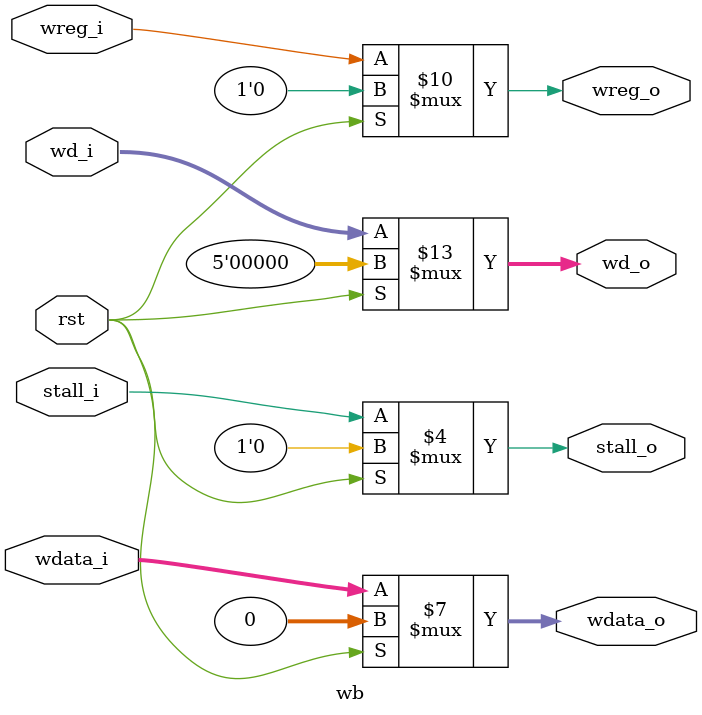
<source format=v>
module wb(
    input wire rst,

    input wire[4:0] wd_i,
    input wire wreg_i,
    input wire[31:0] wdata_i,
    input wire stall_i,

    output reg[4:0] wd_o,
    output reg wreg_o,
    output reg[31:0] wdata_o,
    output reg stall_o
);

    always@(*) begin
        if(rst == 1'b1) begin
            wd_o = 4'b0;
            wreg_o = 1'b0;
            wdata_o = 32'h0;
            stall_o = 1'b0;
        end else begin 
            wd_o = wd_i;
            wreg_o = wreg_i;
            wdata_o = wdata_i;
            stall_o = stall_i;
        end
    end
endmodule
</source>
